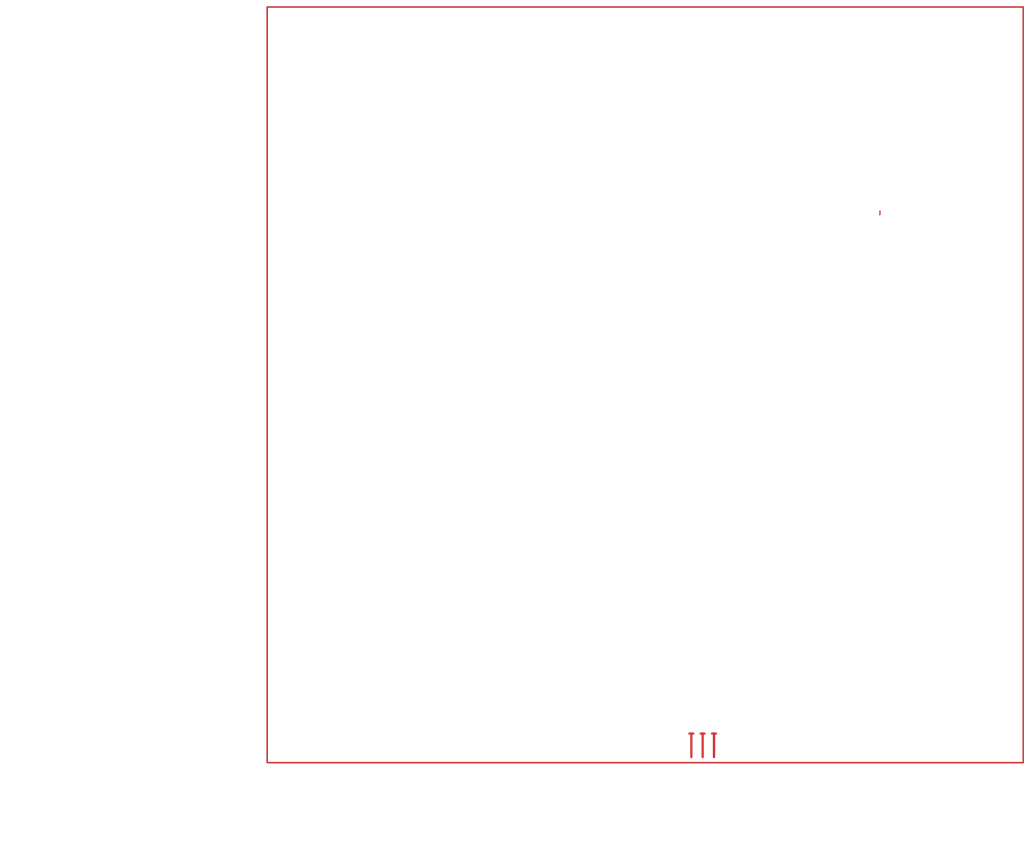
<source format=kicad_pcb>
(kicad_pcb
	(version 20240108)
	(generator "pcbnew")
	(generator_version "8.0")
	(general
		(thickness 1.617)
		(legacy_teardrops no)
	)
	(paper "A4")
	(layers
		(0 "F.Cu" signal)
		(1 "In1.Cu" signal)
		(2 "In2.Cu" signal)
		(31 "B.Cu" signal)
		(34 "B.Paste" user)
		(35 "F.Paste" user)
		(36 "B.SilkS" user "B.Silkscreen")
		(37 "F.SilkS" user "F.Silkscreen")
		(38 "B.Mask" user)
		(39 "F.Mask" user)
		(44 "Edge.Cuts" user)
		(45 "Margin" user)
		(46 "B.CrtYd" user "B.Courtyard")
		(47 "F.CrtYd" user "F.Courtyard")
		(48 "B.Fab" user)
		(49 "F.Fab" user)
	)
	(setup
		(stackup
			(layer "F.SilkS"
				(type "Top Silk Screen")
				(color "Black")
			)
			(layer "F.Paste"
				(type "Top Solder Paste")
			)
			(layer "F.Mask"
				(type "Top Solder Mask")
				(color "White")
				(thickness 0.01)
			)
			(layer "F.Cu"
				(type "copper")
				(thickness 0.0175)
			)
			(layer "dielectric 1"
				(type "prepreg")
				(thickness 0.196)
				(material "FR4")
				(epsilon_r 4.74)
				(loss_tangent 0.02)
			)
			(layer "In1.Cu"
				(type "copper")
				(thickness 0.035)
			)
			(layer "dielectric 2"
				(type "core")
				(thickness 1.1)
				(material "FR4")
				(epsilon_r 4.6)
				(loss_tangent 0.02)
			)
			(layer "In2.Cu"
				(type "copper")
				(thickness 0.035)
			)
			(layer "dielectric 3"
				(type "prepreg")
				(thickness 0.196)
				(material "FR4")
				(epsilon_r 4.74)
				(loss_tangent 0.02)
			)
			(layer "B.Cu"
				(type "copper")
				(thickness 0.0175)
			)
			(layer "B.Mask"
				(type "Bottom Solder Mask")
				(color "White")
				(thickness 0.01)
			)
			(layer "B.Paste"
				(type "Bottom Solder Paste")
			)
			(layer "B.SilkS"
				(type "Bottom Silk Screen")
				(color "Black")
			)
			(copper_finish "None")
			(dielectric_constraints no)
		)
		(pad_to_mask_clearance 0)
		(solder_mask_min_width 0.22)
		(allow_soldermask_bridges_in_footprints no)
		(pcbplotparams
			(layerselection 0x00010fc_ffffffff)
			(plot_on_all_layers_selection 0x0000000_00000000)
			(disableapertmacros no)
			(usegerberextensions no)
			(usegerberattributes yes)
			(usegerberadvancedattributes yes)
			(creategerberjobfile yes)
			(dashed_line_dash_ratio 12.000000)
			(dashed_line_gap_ratio 3.000000)
			(svgprecision 4)
			(plotframeref no)
			(viasonmask yes)
			(mode 1)
			(useauxorigin no)
			(hpglpennumber 1)
			(hpglpenspeed 20)
			(hpglpendiameter 15.000000)
			(pdf_front_fp_property_popups yes)
			(pdf_back_fp_property_popups yes)
			(dxfpolygonmode yes)
			(dxfimperialunits yes)
			(dxfusepcbnewfont yes)
			(psnegative no)
			(psa4output no)
			(plotreference yes)
			(plotvalue yes)
			(plotfptext yes)
			(plotinvisibletext no)
			(sketchpadsonfab no)
			(subtractmaskfromsilk no)
			(outputformat 1)
			(mirror no)
			(drillshape 1)
			(scaleselection 1)
			(outputdirectory "")
		)
	)
	(net 0 "")
	(net 1 "/REACTION WHEELS/COMMAND/MCU/VDD11")
	(net 2 "/MAGNET TORQUERS/COMMAND/V_GND")
	(net 3 "/REACTION WHEELS/REACTION WHEEL 2/BLDC_MOTOR_DRIVER/MOTOR.A")
	(net 4 "/REACTION WHEELS/REACTION WHEEL 2/BLDC_MOTOR_DRIVER/MOTOR.C")
	(net 5 "/REACTION WHEELS/REACTION WHEEL 2/BLDC_MOTOR_DRIVER/MOTOR.B")
	(gr_rect
		(start 118 36)
		(end 218 136)
		(stroke
			(width 0.2)
			(type default)
		)
		(fill none)
		(layer "F.Cu")
		(uuid "24c706f1-4dc7-4887-a90d-820424075970")
	)
	(segment
		(start 199.05 63)
		(end 199.05 63.45)
		(width 0.1524)
		(layer "F.Cu")
		(net 1)
		(uuid "32a511f5-e5d1-4d0d-9681-c46a474405f3")
	)
	(segment
		(start 199.05 63.45)
		(end 199 63.5)
		(width 0.1524)
		(layer "F.Cu")
		(net 1)
		(uuid "eb5f7b54-8b14-43ae-b4c0-45869ecb243f")
	)
	(segment
		(start 174.1 132.15)
		(end 174.1 135.25)
		(width 0.3048)
		(layer "F.Cu")
		(net 3)
		(uuid "5163c2b9-2df5-409e-9bba-b3af3226a895")
	)
	(segment
		(start 174.35 132.15)
		(end 174.1 132.15)
		(width 0.3048)
		(layer "F.Cu")
		(net 3)
		(uuid "a8849e8d-c673-406b-88db-28f788ebdaf3")
	)
	(segment
		(start 174.1 132.15)
		(end 173.85 132.15)
		(width 0.3048)
		(layer "F.Cu")
		(net 3)
		(uuid "cfef0412-d984-4ef4-a8c3-30b3bed0ac9b")
	)
	(segment
		(start 177.1 132.15)
		(end 177.1 135.25)
		(width 0.3048)
		(layer "F.Cu")
		(net 4)
		(uuid "3b38f413-24b7-4498-9fcc-d3a40a23a649")
	)
	(segment
		(start 177.1 132.15)
		(end 177.35 132.15)
		(width 0.3048)
		(layer "F.Cu")
		(net 4)
		(uuid "5ee0b43b-f72e-44f7-8cdb-4bd2d314a6ee")
	)
	(segment
		(start 176.85 132.15)
		(end 177.1 132.15)
		(width 0.3048)
		(layer "F.Cu")
		(net 4)
		(uuid "bdb334e2-d0da-4ec7-a133-877ce75aec5f")
	)
	(segment
		(start 175.6 132.15)
		(end 175.6 135.25)
		(width 0.3048)
		(layer "F.Cu")
		(net 5)
		(uuid "3504c2d7-09bd-40c0-847b-1da8650ad74a")
	)
	(segment
		(start 175.6 132.15)
		(end 175.85 132.15)
		(width 0.3048)
		(layer "F.Cu")
		(net 5)
		(uuid "bab260a4-66ff-4ef1-a0c9-986df174b49f")
	)
	(segment
		(start 175.35 132.15)
		(end 175.6 132.15)
		(width 0.3048)
		(layer "F.Cu")
		(net 5)
		(uuid "dc2b3d71-28b2-4e72-9ef4-2b32694d4121")
	)
	(zone
		(net 2)
		(net_name "/MAGNET TORQUERS/COMMAND/V_GND")
		(layer "In1.Cu")
		(uuid "0afc7363-c5ed-4bb0-8d0f-c3d09d24318a")
		(hatch edge 0.5)
		(connect_pads
			(clearance 0.5)
		)
		(min_thickness 0.25)
		(filled_areas_thickness no)
		(fill yes
			(thermal_gap 0.5)
			(thermal_bridge_width 0.5)
		)
		(polygon
			(pts
				(xy 213.665216 149.571998) (xy 215.665216 35.071998) (xy 82.665216 35.071998) (xy 86.165216 148.571998)
			)
		)
		(filled_polygon
			(layer "In1.Cu")
			(pts
				(xy 215.60607 35.091683) (xy 215.651825 35.144487) (xy 215.663012 35.198164) (xy 213.66736 149.449204)
				(xy 213.646508 149.515889) (xy 213.592913 149.560715) (xy 213.542406 149.571034) (xy 86.284507 148.572933)
				(xy 86.217624 148.552723) (xy 86.172285 148.499562) (xy 86.161539 148.452759) (xy 82.669158 35.19982)
				(xy 82.686767 35.132206) (xy 82.738135 35.084845) (xy 82.793099 35.071998) (xy 215.539031 35.071998)
			)
		)
	)
)

</source>
